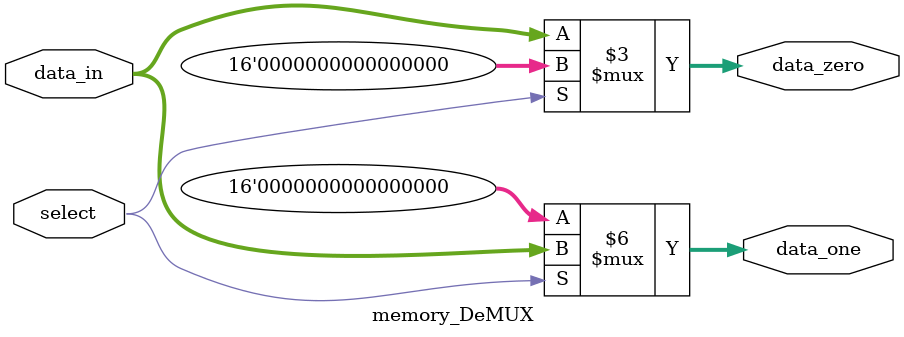
<source format=v>
module memory_DeMUX
#(parameter DATA_WIDTH = 16)
(
input select,
input [DATA_WIDTH -1:0] data_in,
output reg [DATA_WIDTH - 1:0] data_zero, data_one
);


always @(*) begin

	if(select) begin
		data_one = data_in;
		data_zero = 0;
	end
	else begin
		data_zero = data_in;
		data_one = 0;
	end


end



endmodule 
</source>
